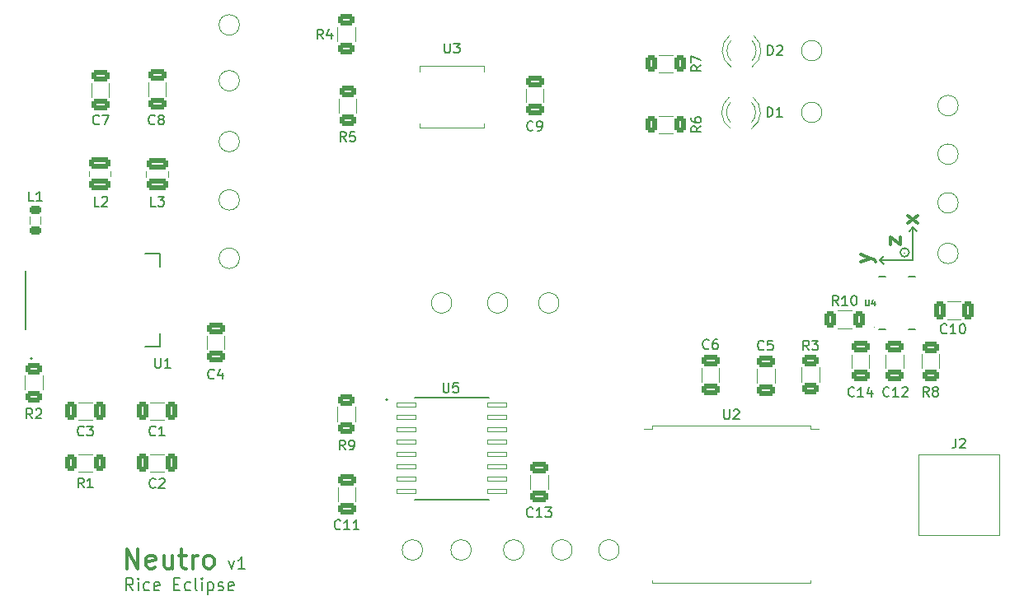
<source format=gto>
G04 #@! TF.GenerationSoftware,KiCad,Pcbnew,(6.0.7-1)-1*
G04 #@! TF.CreationDate,2023-01-21T15:22:46-06:00*
G04 #@! TF.ProjectId,Neutro_v1,4e657574-726f-45f7-9631-2e6b69636164,v1*
G04 #@! TF.SameCoordinates,Original*
G04 #@! TF.FileFunction,Legend,Top*
G04 #@! TF.FilePolarity,Positive*
%FSLAX46Y46*%
G04 Gerber Fmt 4.6, Leading zero omitted, Abs format (unit mm)*
G04 Created by KiCad (PCBNEW (6.0.7-1)-1) date 2023-01-21 15:22:46*
%MOMM*%
%LPD*%
G01*
G04 APERTURE LIST*
G04 Aperture macros list*
%AMRoundRect*
0 Rectangle with rounded corners*
0 $1 Rounding radius*
0 $2 $3 $4 $5 $6 $7 $8 $9 X,Y pos of 4 corners*
0 Add a 4 corners polygon primitive as box body*
4,1,4,$2,$3,$4,$5,$6,$7,$8,$9,$2,$3,0*
0 Add four circle primitives for the rounded corners*
1,1,$1+$1,$2,$3*
1,1,$1+$1,$4,$5*
1,1,$1+$1,$6,$7*
1,1,$1+$1,$8,$9*
0 Add four rect primitives between the rounded corners*
20,1,$1+$1,$2,$3,$4,$5,0*
20,1,$1+$1,$4,$5,$6,$7,0*
20,1,$1+$1,$6,$7,$8,$9,0*
20,1,$1+$1,$8,$9,$2,$3,0*%
G04 Aperture macros list end*
%ADD10C,0.200000*%
%ADD11C,0.300000*%
%ADD12C,0.150000*%
%ADD13C,0.120000*%
%ADD14C,0.127000*%
%ADD15C,0.100000*%
%ADD16C,1.500000*%
%ADD17RoundRect,0.250000X0.625000X-0.312500X0.625000X0.312500X-0.625000X0.312500X-0.625000X-0.312500X0*%
%ADD18RoundRect,0.250000X0.325000X0.650000X-0.325000X0.650000X-0.325000X-0.650000X0.325000X-0.650000X0*%
%ADD19RoundRect,0.250000X-0.625000X0.312500X-0.625000X-0.312500X0.625000X-0.312500X0.625000X0.312500X0*%
%ADD20RoundRect,0.250000X0.650000X-0.325000X0.650000X0.325000X-0.650000X0.325000X-0.650000X-0.325000X0*%
%ADD21C,2.500000*%
%ADD22RoundRect,0.250000X-0.312500X-0.625000X0.312500X-0.625000X0.312500X0.625000X-0.312500X0.625000X0*%
%ADD23RoundRect,0.250000X0.850000X-0.375000X0.850000X0.375000X-0.850000X0.375000X-0.850000X-0.375000X0*%
%ADD24RoundRect,0.218750X-0.381250X0.218750X-0.381250X-0.218750X0.381250X-0.218750X0.381250X0.218750X0*%
%ADD25C,2.250000*%
%ADD26RoundRect,0.250000X-0.650000X0.325000X-0.650000X-0.325000X0.650000X-0.325000X0.650000X0.325000X0*%
%ADD27R,0.700000X2.000000*%
%ADD28R,2.000000X0.700000*%
%ADD29RoundRect,0.041300X-0.983700X-0.253700X0.983700X-0.253700X0.983700X0.253700X-0.983700X0.253700X0*%
%ADD30R,2.000000X1.000000*%
%ADD31R,1.800000X1.800000*%
%ADD32C,1.800000*%
%ADD33R,2.250000X0.900000*%
%ADD34R,2.800000X0.900000*%
%ADD35R,0.675000X0.250000*%
%ADD36R,0.250000X0.575000*%
%ADD37R,1.508000X1.508000*%
%ADD38C,1.508000*%
%ADD39C,1.300000*%
%ADD40C,1.050000*%
%ADD41C,3.500000*%
%ADD42R,1.700000X1.700000*%
%ADD43O,1.700000X1.700000*%
G04 APERTURE END LIST*
D10*
X193400000Y-93800000D02*
X193400000Y-97200000D01*
X192552787Y-96400000D02*
X192552787Y-96400000D01*
X193400000Y-93800000D02*
X193800000Y-94200000D01*
X190000000Y-97200000D02*
X190400000Y-97600000D01*
X190000000Y-97200000D02*
X190400000Y-96800000D01*
X193400000Y-93800000D02*
X193000000Y-94200000D01*
X193000001Y-96400000D02*
G75*
G03*
X193000001Y-96400000I-447214J0D01*
G01*
X193400000Y-97200000D02*
X190000000Y-97200000D01*
X190400000Y-97600000D02*
X190000000Y-97200000D01*
D11*
X188078571Y-97357142D02*
X189078571Y-97000000D01*
X188078571Y-96642857D02*
X189078571Y-97000000D01*
X189435714Y-97142857D01*
X189507142Y-97214285D01*
X189578571Y-97357142D01*
D10*
X113308333Y-131165476D02*
X112891666Y-130570238D01*
X112594047Y-131165476D02*
X112594047Y-129915476D01*
X113070238Y-129915476D01*
X113189285Y-129975000D01*
X113248809Y-130034523D01*
X113308333Y-130153571D01*
X113308333Y-130332142D01*
X113248809Y-130451190D01*
X113189285Y-130510714D01*
X113070238Y-130570238D01*
X112594047Y-130570238D01*
X113844047Y-131165476D02*
X113844047Y-130332142D01*
X113844047Y-129915476D02*
X113784523Y-129975000D01*
X113844047Y-130034523D01*
X113903571Y-129975000D01*
X113844047Y-129915476D01*
X113844047Y-130034523D01*
X114975000Y-131105952D02*
X114855952Y-131165476D01*
X114617857Y-131165476D01*
X114498809Y-131105952D01*
X114439285Y-131046428D01*
X114379761Y-130927380D01*
X114379761Y-130570238D01*
X114439285Y-130451190D01*
X114498809Y-130391666D01*
X114617857Y-130332142D01*
X114855952Y-130332142D01*
X114975000Y-130391666D01*
X115986904Y-131105952D02*
X115867857Y-131165476D01*
X115629761Y-131165476D01*
X115510714Y-131105952D01*
X115451190Y-130986904D01*
X115451190Y-130510714D01*
X115510714Y-130391666D01*
X115629761Y-130332142D01*
X115867857Y-130332142D01*
X115986904Y-130391666D01*
X116046428Y-130510714D01*
X116046428Y-130629761D01*
X115451190Y-130748809D01*
X117534523Y-130510714D02*
X117951190Y-130510714D01*
X118129761Y-131165476D02*
X117534523Y-131165476D01*
X117534523Y-129915476D01*
X118129761Y-129915476D01*
X119201190Y-131105952D02*
X119082142Y-131165476D01*
X118844047Y-131165476D01*
X118725000Y-131105952D01*
X118665476Y-131046428D01*
X118605952Y-130927380D01*
X118605952Y-130570238D01*
X118665476Y-130451190D01*
X118725000Y-130391666D01*
X118844047Y-130332142D01*
X119082142Y-130332142D01*
X119201190Y-130391666D01*
X119915476Y-131165476D02*
X119796428Y-131105952D01*
X119736904Y-130986904D01*
X119736904Y-129915476D01*
X120391666Y-131165476D02*
X120391666Y-130332142D01*
X120391666Y-129915476D02*
X120332142Y-129975000D01*
X120391666Y-130034523D01*
X120451190Y-129975000D01*
X120391666Y-129915476D01*
X120391666Y-130034523D01*
X120986904Y-130332142D02*
X120986904Y-131582142D01*
X120986904Y-130391666D02*
X121105952Y-130332142D01*
X121344047Y-130332142D01*
X121463095Y-130391666D01*
X121522619Y-130451190D01*
X121582142Y-130570238D01*
X121582142Y-130927380D01*
X121522619Y-131046428D01*
X121463095Y-131105952D01*
X121344047Y-131165476D01*
X121105952Y-131165476D01*
X120986904Y-131105952D01*
X122058333Y-131105952D02*
X122177380Y-131165476D01*
X122415476Y-131165476D01*
X122534523Y-131105952D01*
X122594047Y-130986904D01*
X122594047Y-130927380D01*
X122534523Y-130808333D01*
X122415476Y-130748809D01*
X122236904Y-130748809D01*
X122117857Y-130689285D01*
X122058333Y-130570238D01*
X122058333Y-130510714D01*
X122117857Y-130391666D01*
X122236904Y-130332142D01*
X122415476Y-130332142D01*
X122534523Y-130391666D01*
X123605952Y-131105952D02*
X123486904Y-131165476D01*
X123248809Y-131165476D01*
X123129761Y-131105952D01*
X123070238Y-130986904D01*
X123070238Y-130510714D01*
X123129761Y-130391666D01*
X123248809Y-130332142D01*
X123486904Y-130332142D01*
X123605952Y-130391666D01*
X123665476Y-130510714D01*
X123665476Y-130629761D01*
X123070238Y-130748809D01*
D11*
X191078571Y-95592857D02*
X191078571Y-94807142D01*
X192078571Y-95592857D01*
X192078571Y-94807142D01*
X112671428Y-128904761D02*
X112671428Y-126904761D01*
X113814285Y-128904761D01*
X113814285Y-126904761D01*
X115528571Y-128809523D02*
X115338095Y-128904761D01*
X114957142Y-128904761D01*
X114766666Y-128809523D01*
X114671428Y-128619047D01*
X114671428Y-127857142D01*
X114766666Y-127666666D01*
X114957142Y-127571428D01*
X115338095Y-127571428D01*
X115528571Y-127666666D01*
X115623809Y-127857142D01*
X115623809Y-128047619D01*
X114671428Y-128238095D01*
X117338095Y-127571428D02*
X117338095Y-128904761D01*
X116480952Y-127571428D02*
X116480952Y-128619047D01*
X116576190Y-128809523D01*
X116766666Y-128904761D01*
X117052380Y-128904761D01*
X117242857Y-128809523D01*
X117338095Y-128714285D01*
X118004761Y-127571428D02*
X118766666Y-127571428D01*
X118290476Y-126904761D02*
X118290476Y-128619047D01*
X118385714Y-128809523D01*
X118576190Y-128904761D01*
X118766666Y-128904761D01*
X119433333Y-128904761D02*
X119433333Y-127571428D01*
X119433333Y-127952380D02*
X119528571Y-127761904D01*
X119623809Y-127666666D01*
X119814285Y-127571428D01*
X120004761Y-127571428D01*
X120957142Y-128904761D02*
X120766666Y-128809523D01*
X120671428Y-128714285D01*
X120576190Y-128523809D01*
X120576190Y-127952380D01*
X120671428Y-127761904D01*
X120766666Y-127666666D01*
X120957142Y-127571428D01*
X121242857Y-127571428D01*
X121433333Y-127666666D01*
X121528571Y-127761904D01*
X121623809Y-127952380D01*
X121623809Y-128523809D01*
X121528571Y-128714285D01*
X121433333Y-128809523D01*
X121242857Y-128904761D01*
X120957142Y-128904761D01*
D10*
X123107142Y-128132142D02*
X123404761Y-128965476D01*
X123702380Y-128132142D01*
X124833333Y-128965476D02*
X124119047Y-128965476D01*
X124476190Y-128965476D02*
X124476190Y-127715476D01*
X124357142Y-127894047D01*
X124238095Y-128013095D01*
X124119047Y-128072619D01*
D11*
X193878571Y-93392857D02*
X192878571Y-92607142D01*
X192878571Y-93392857D02*
X193878571Y-92607142D01*
D12*
X102957333Y-113475880D02*
X102624000Y-112999690D01*
X102385904Y-113475880D02*
X102385904Y-112475880D01*
X102766857Y-112475880D01*
X102862095Y-112523500D01*
X102909714Y-112571119D01*
X102957333Y-112666357D01*
X102957333Y-112809214D01*
X102909714Y-112904452D01*
X102862095Y-112952071D01*
X102766857Y-112999690D01*
X102385904Y-112999690D01*
X103338285Y-112571119D02*
X103385904Y-112523500D01*
X103481142Y-112475880D01*
X103719238Y-112475880D01*
X103814476Y-112523500D01*
X103862095Y-112571119D01*
X103909714Y-112666357D01*
X103909714Y-112761595D01*
X103862095Y-112904452D01*
X103290666Y-113475880D01*
X103909714Y-113475880D01*
X115611331Y-115165142D02*
X115563712Y-115212761D01*
X115420855Y-115260380D01*
X115325617Y-115260380D01*
X115182759Y-115212761D01*
X115087521Y-115117523D01*
X115039902Y-115022285D01*
X114992283Y-114831809D01*
X114992283Y-114688952D01*
X115039902Y-114498476D01*
X115087521Y-114403238D01*
X115182759Y-114308000D01*
X115325617Y-114260380D01*
X115420855Y-114260380D01*
X115563712Y-114308000D01*
X115611331Y-114355619D01*
X116563712Y-115260380D02*
X115992283Y-115260380D01*
X116277998Y-115260380D02*
X116277998Y-114260380D01*
X116182759Y-114403238D01*
X116087521Y-114498476D01*
X115992283Y-114546095D01*
X135083333Y-116702380D02*
X134750000Y-116226190D01*
X134511904Y-116702380D02*
X134511904Y-115702380D01*
X134892857Y-115702380D01*
X134988095Y-115750000D01*
X135035714Y-115797619D01*
X135083333Y-115892857D01*
X135083333Y-116035714D01*
X135035714Y-116130952D01*
X134988095Y-116178571D01*
X134892857Y-116226190D01*
X134511904Y-116226190D01*
X135559523Y-116702380D02*
X135750000Y-116702380D01*
X135845238Y-116654761D01*
X135892857Y-116607142D01*
X135988095Y-116464285D01*
X136035714Y-116273809D01*
X136035714Y-115892857D01*
X135988095Y-115797619D01*
X135940476Y-115750000D01*
X135845238Y-115702380D01*
X135654761Y-115702380D01*
X135559523Y-115750000D01*
X135511904Y-115797619D01*
X135464285Y-115892857D01*
X135464285Y-116130952D01*
X135511904Y-116226190D01*
X135559523Y-116273809D01*
X135654761Y-116321428D01*
X135845238Y-116321428D01*
X135940476Y-116273809D01*
X135988095Y-116226190D01*
X136035714Y-116130952D01*
X134612142Y-124801142D02*
X134564523Y-124848761D01*
X134421666Y-124896380D01*
X134326428Y-124896380D01*
X134183571Y-124848761D01*
X134088333Y-124753523D01*
X134040714Y-124658285D01*
X133993095Y-124467809D01*
X133993095Y-124324952D01*
X134040714Y-124134476D01*
X134088333Y-124039238D01*
X134183571Y-123944000D01*
X134326428Y-123896380D01*
X134421666Y-123896380D01*
X134564523Y-123944000D01*
X134612142Y-123991619D01*
X135564523Y-124896380D02*
X134993095Y-124896380D01*
X135278809Y-124896380D02*
X135278809Y-123896380D01*
X135183571Y-124039238D01*
X135088333Y-124134476D01*
X134993095Y-124182095D01*
X136516904Y-124896380D02*
X135945476Y-124896380D01*
X136231190Y-124896380D02*
X136231190Y-123896380D01*
X136135952Y-124039238D01*
X136040714Y-124134476D01*
X135945476Y-124182095D01*
X115611331Y-120547642D02*
X115563712Y-120595261D01*
X115420855Y-120642880D01*
X115325617Y-120642880D01*
X115182759Y-120595261D01*
X115087521Y-120500023D01*
X115039902Y-120404785D01*
X114992283Y-120214309D01*
X114992283Y-120071452D01*
X115039902Y-119880976D01*
X115087521Y-119785738D01*
X115182759Y-119690500D01*
X115325617Y-119642880D01*
X115420855Y-119642880D01*
X115563712Y-119690500D01*
X115611331Y-119738119D01*
X115992283Y-119738119D02*
X116039902Y-119690500D01*
X116135140Y-119642880D01*
X116373236Y-119642880D01*
X116468474Y-119690500D01*
X116516093Y-119738119D01*
X116563712Y-119833357D01*
X116563712Y-119928595D01*
X116516093Y-120071452D01*
X115944664Y-120642880D01*
X116563712Y-120642880D01*
X187357142Y-111157142D02*
X187309523Y-111204761D01*
X187166666Y-111252380D01*
X187071428Y-111252380D01*
X186928571Y-111204761D01*
X186833333Y-111109523D01*
X186785714Y-111014285D01*
X186738095Y-110823809D01*
X186738095Y-110680952D01*
X186785714Y-110490476D01*
X186833333Y-110395238D01*
X186928571Y-110300000D01*
X187071428Y-110252380D01*
X187166666Y-110252380D01*
X187309523Y-110300000D01*
X187357142Y-110347619D01*
X188309523Y-111252380D02*
X187738095Y-111252380D01*
X188023809Y-111252380D02*
X188023809Y-110252380D01*
X187928571Y-110395238D01*
X187833333Y-110490476D01*
X187738095Y-110538095D01*
X189166666Y-110585714D02*
X189166666Y-111252380D01*
X188928571Y-110204761D02*
X188690476Y-110919047D01*
X189309523Y-110919047D01*
X154374833Y-83796142D02*
X154327214Y-83843761D01*
X154184357Y-83891380D01*
X154089119Y-83891380D01*
X153946261Y-83843761D01*
X153851023Y-83748523D01*
X153803404Y-83653285D01*
X153755785Y-83462809D01*
X153755785Y-83319952D01*
X153803404Y-83129476D01*
X153851023Y-83034238D01*
X153946261Y-82939000D01*
X154089119Y-82891380D01*
X154184357Y-82891380D01*
X154327214Y-82939000D01*
X154374833Y-82986619D01*
X154851023Y-83891380D02*
X155041500Y-83891380D01*
X155136738Y-83843761D01*
X155184357Y-83796142D01*
X155279595Y-83653285D01*
X155327214Y-83462809D01*
X155327214Y-83081857D01*
X155279595Y-82986619D01*
X155231976Y-82939000D01*
X155136738Y-82891380D01*
X154946261Y-82891380D01*
X154851023Y-82939000D01*
X154803404Y-82986619D01*
X154755785Y-83081857D01*
X154755785Y-83319952D01*
X154803404Y-83415190D01*
X154851023Y-83462809D01*
X154946261Y-83510428D01*
X155136738Y-83510428D01*
X155231976Y-83462809D01*
X155279595Y-83415190D01*
X155327214Y-83319952D01*
X185731642Y-101847380D02*
X185398309Y-101371190D01*
X185160214Y-101847380D02*
X185160214Y-100847380D01*
X185541166Y-100847380D01*
X185636404Y-100895000D01*
X185684023Y-100942619D01*
X185731642Y-101037857D01*
X185731642Y-101180714D01*
X185684023Y-101275952D01*
X185636404Y-101323571D01*
X185541166Y-101371190D01*
X185160214Y-101371190D01*
X186684023Y-101847380D02*
X186112595Y-101847380D01*
X186398309Y-101847380D02*
X186398309Y-100847380D01*
X186303071Y-100990238D01*
X186207833Y-101085476D01*
X186112595Y-101133095D01*
X187303071Y-100847380D02*
X187398309Y-100847380D01*
X187493547Y-100895000D01*
X187541166Y-100942619D01*
X187588785Y-101037857D01*
X187636404Y-101228333D01*
X187636404Y-101466428D01*
X187588785Y-101656904D01*
X187541166Y-101752142D01*
X187493547Y-101799761D01*
X187398309Y-101847380D01*
X187303071Y-101847380D01*
X187207833Y-101799761D01*
X187160214Y-101752142D01*
X187112595Y-101656904D01*
X187064976Y-101466428D01*
X187064976Y-101228333D01*
X187112595Y-101037857D01*
X187160214Y-100942619D01*
X187207833Y-100895000D01*
X187303071Y-100847380D01*
X196857142Y-104657142D02*
X196809523Y-104704761D01*
X196666666Y-104752380D01*
X196571428Y-104752380D01*
X196428571Y-104704761D01*
X196333333Y-104609523D01*
X196285714Y-104514285D01*
X196238095Y-104323809D01*
X196238095Y-104180952D01*
X196285714Y-103990476D01*
X196333333Y-103895238D01*
X196428571Y-103800000D01*
X196571428Y-103752380D01*
X196666666Y-103752380D01*
X196809523Y-103800000D01*
X196857142Y-103847619D01*
X197809523Y-104752380D02*
X197238095Y-104752380D01*
X197523809Y-104752380D02*
X197523809Y-103752380D01*
X197428571Y-103895238D01*
X197333333Y-103990476D01*
X197238095Y-104038095D01*
X198428571Y-103752380D02*
X198523809Y-103752380D01*
X198619047Y-103800000D01*
X198666666Y-103847619D01*
X198714285Y-103942857D01*
X198761904Y-104133333D01*
X198761904Y-104371428D01*
X198714285Y-104561904D01*
X198666666Y-104657142D01*
X198619047Y-104704761D01*
X198523809Y-104752380D01*
X198428571Y-104752380D01*
X198333333Y-104704761D01*
X198285714Y-104657142D01*
X198238095Y-104561904D01*
X198190476Y-104371428D01*
X198190476Y-104133333D01*
X198238095Y-103942857D01*
X198285714Y-103847619D01*
X198333333Y-103800000D01*
X198428571Y-103752380D01*
X115633333Y-91652380D02*
X115157142Y-91652380D01*
X115157142Y-90652380D01*
X115871428Y-90652380D02*
X116490476Y-90652380D01*
X116157142Y-91033333D01*
X116300000Y-91033333D01*
X116395238Y-91080952D01*
X116442857Y-91128571D01*
X116490476Y-91223809D01*
X116490476Y-91461904D01*
X116442857Y-91557142D01*
X116395238Y-91604761D01*
X116300000Y-91652380D01*
X116014285Y-91652380D01*
X115919047Y-91604761D01*
X115871428Y-91557142D01*
X195033333Y-111252380D02*
X194700000Y-110776190D01*
X194461904Y-111252380D02*
X194461904Y-110252380D01*
X194842857Y-110252380D01*
X194938095Y-110300000D01*
X194985714Y-110347619D01*
X195033333Y-110442857D01*
X195033333Y-110585714D01*
X194985714Y-110680952D01*
X194938095Y-110728571D01*
X194842857Y-110776190D01*
X194461904Y-110776190D01*
X195604761Y-110680952D02*
X195509523Y-110633333D01*
X195461904Y-110585714D01*
X195414285Y-110490476D01*
X195414285Y-110442857D01*
X195461904Y-110347619D01*
X195509523Y-110300000D01*
X195604761Y-110252380D01*
X195795238Y-110252380D01*
X195890476Y-110300000D01*
X195938095Y-110347619D01*
X195985714Y-110442857D01*
X195985714Y-110490476D01*
X195938095Y-110585714D01*
X195890476Y-110633333D01*
X195795238Y-110680952D01*
X195604761Y-110680952D01*
X195509523Y-110728571D01*
X195461904Y-110776190D01*
X195414285Y-110871428D01*
X195414285Y-111061904D01*
X195461904Y-111157142D01*
X195509523Y-111204761D01*
X195604761Y-111252380D01*
X195795238Y-111252380D01*
X195890476Y-111204761D01*
X195938095Y-111157142D01*
X195985714Y-111061904D01*
X195985714Y-110871428D01*
X195938095Y-110776190D01*
X195890476Y-110728571D01*
X195795238Y-110680952D01*
X109815333Y-83161142D02*
X109767714Y-83208761D01*
X109624857Y-83256380D01*
X109529619Y-83256380D01*
X109386761Y-83208761D01*
X109291523Y-83113523D01*
X109243904Y-83018285D01*
X109196285Y-82827809D01*
X109196285Y-82684952D01*
X109243904Y-82494476D01*
X109291523Y-82399238D01*
X109386761Y-82304000D01*
X109529619Y-82256380D01*
X109624857Y-82256380D01*
X109767714Y-82304000D01*
X109815333Y-82351619D01*
X110148666Y-82256380D02*
X110815333Y-82256380D01*
X110386761Y-83256380D01*
X103109733Y-91130380D02*
X102633542Y-91130380D01*
X102633542Y-90130380D01*
X103966876Y-91130380D02*
X103395447Y-91130380D01*
X103681161Y-91130380D02*
X103681161Y-90130380D01*
X103585923Y-90273238D01*
X103490685Y-90368476D01*
X103395447Y-90416095D01*
X197786666Y-115537380D02*
X197786666Y-116251666D01*
X197739047Y-116394523D01*
X197643809Y-116489761D01*
X197500952Y-116537380D01*
X197405714Y-116537380D01*
X198215238Y-115632619D02*
X198262857Y-115585000D01*
X198358095Y-115537380D01*
X198596190Y-115537380D01*
X198691428Y-115585000D01*
X198739047Y-115632619D01*
X198786666Y-115727857D01*
X198786666Y-115823095D01*
X198739047Y-115965952D01*
X198167619Y-116537380D01*
X198786666Y-116537380D01*
X135170833Y-84989880D02*
X134837500Y-84513690D01*
X134599404Y-84989880D02*
X134599404Y-83989880D01*
X134980357Y-83989880D01*
X135075595Y-84037500D01*
X135123214Y-84085119D01*
X135170833Y-84180357D01*
X135170833Y-84323214D01*
X135123214Y-84418452D01*
X135075595Y-84466071D01*
X134980357Y-84513690D01*
X134599404Y-84513690D01*
X136075595Y-83989880D02*
X135599404Y-83989880D01*
X135551785Y-84466071D01*
X135599404Y-84418452D01*
X135694642Y-84370833D01*
X135932738Y-84370833D01*
X136027976Y-84418452D01*
X136075595Y-84466071D01*
X136123214Y-84561309D01*
X136123214Y-84799404D01*
X136075595Y-84894642D01*
X136027976Y-84942261D01*
X135932738Y-84989880D01*
X135694642Y-84989880D01*
X135599404Y-84942261D01*
X135551785Y-84894642D01*
X108245331Y-115165142D02*
X108197712Y-115212761D01*
X108054855Y-115260380D01*
X107959617Y-115260380D01*
X107816759Y-115212761D01*
X107721521Y-115117523D01*
X107673902Y-115022285D01*
X107626283Y-114831809D01*
X107626283Y-114688952D01*
X107673902Y-114498476D01*
X107721521Y-114403238D01*
X107816759Y-114308000D01*
X107959617Y-114260380D01*
X108054855Y-114260380D01*
X108197712Y-114308000D01*
X108245331Y-114355619D01*
X108578664Y-114260380D02*
X109197712Y-114260380D01*
X108864378Y-114641333D01*
X109007236Y-114641333D01*
X109102474Y-114688952D01*
X109150093Y-114736571D01*
X109197712Y-114831809D01*
X109197712Y-115069904D01*
X109150093Y-115165142D01*
X109102474Y-115212761D01*
X109007236Y-115260380D01*
X108721521Y-115260380D01*
X108626283Y-115212761D01*
X108578664Y-115165142D01*
X171627380Y-83416666D02*
X171151190Y-83750000D01*
X171627380Y-83988095D02*
X170627380Y-83988095D01*
X170627380Y-83607142D01*
X170675000Y-83511904D01*
X170722619Y-83464285D01*
X170817857Y-83416666D01*
X170960714Y-83416666D01*
X171055952Y-83464285D01*
X171103571Y-83511904D01*
X171151190Y-83607142D01*
X171151190Y-83988095D01*
X170627380Y-82559523D02*
X170627380Y-82750000D01*
X170675000Y-82845238D01*
X170722619Y-82892857D01*
X170865476Y-82988095D01*
X171055952Y-83035714D01*
X171436904Y-83035714D01*
X171532142Y-82988095D01*
X171579761Y-82940476D01*
X171627380Y-82845238D01*
X171627380Y-82654761D01*
X171579761Y-82559523D01*
X171532142Y-82511904D01*
X171436904Y-82464285D01*
X171198809Y-82464285D01*
X171103571Y-82511904D01*
X171055952Y-82559523D01*
X171008333Y-82654761D01*
X171008333Y-82845238D01*
X171055952Y-82940476D01*
X171103571Y-82988095D01*
X171198809Y-83035714D01*
X121626333Y-109323142D02*
X121578714Y-109370761D01*
X121435857Y-109418380D01*
X121340619Y-109418380D01*
X121197761Y-109370761D01*
X121102523Y-109275523D01*
X121054904Y-109180285D01*
X121007285Y-108989809D01*
X121007285Y-108846952D01*
X121054904Y-108656476D01*
X121102523Y-108561238D01*
X121197761Y-108466000D01*
X121340619Y-108418380D01*
X121435857Y-108418380D01*
X121578714Y-108466000D01*
X121626333Y-108513619D01*
X122483476Y-108751714D02*
X122483476Y-109418380D01*
X122245380Y-108370761D02*
X122007285Y-109085047D01*
X122626333Y-109085047D01*
X109833333Y-91652380D02*
X109357142Y-91652380D01*
X109357142Y-90652380D01*
X110119047Y-90747619D02*
X110166666Y-90700000D01*
X110261904Y-90652380D01*
X110500000Y-90652380D01*
X110595238Y-90700000D01*
X110642857Y-90747619D01*
X110690476Y-90842857D01*
X110690476Y-90938095D01*
X110642857Y-91080952D01*
X110071428Y-91652380D01*
X110690476Y-91652380D01*
X132833333Y-74452380D02*
X132500000Y-73976190D01*
X132261904Y-74452380D02*
X132261904Y-73452380D01*
X132642857Y-73452380D01*
X132738095Y-73500000D01*
X132785714Y-73547619D01*
X132833333Y-73642857D01*
X132833333Y-73785714D01*
X132785714Y-73880952D01*
X132738095Y-73928571D01*
X132642857Y-73976190D01*
X132261904Y-73976190D01*
X133690476Y-73785714D02*
X133690476Y-74452380D01*
X133452380Y-73404761D02*
X133214285Y-74119047D01*
X133833333Y-74119047D01*
X154357142Y-123532142D02*
X154309523Y-123579761D01*
X154166666Y-123627380D01*
X154071428Y-123627380D01*
X153928571Y-123579761D01*
X153833333Y-123484523D01*
X153785714Y-123389285D01*
X153738095Y-123198809D01*
X153738095Y-123055952D01*
X153785714Y-122865476D01*
X153833333Y-122770238D01*
X153928571Y-122675000D01*
X154071428Y-122627380D01*
X154166666Y-122627380D01*
X154309523Y-122675000D01*
X154357142Y-122722619D01*
X155309523Y-123627380D02*
X154738095Y-123627380D01*
X155023809Y-123627380D02*
X155023809Y-122627380D01*
X154928571Y-122770238D01*
X154833333Y-122865476D01*
X154738095Y-122913095D01*
X155642857Y-122627380D02*
X156261904Y-122627380D01*
X155928571Y-123008333D01*
X156071428Y-123008333D01*
X156166666Y-123055952D01*
X156214285Y-123103571D01*
X156261904Y-123198809D01*
X156261904Y-123436904D01*
X156214285Y-123532142D01*
X156166666Y-123579761D01*
X156071428Y-123627380D01*
X155785714Y-123627380D01*
X155690476Y-123579761D01*
X155642857Y-123532142D01*
X178083333Y-106357142D02*
X178035714Y-106404761D01*
X177892857Y-106452380D01*
X177797619Y-106452380D01*
X177654761Y-106404761D01*
X177559523Y-106309523D01*
X177511904Y-106214285D01*
X177464285Y-106023809D01*
X177464285Y-105880952D01*
X177511904Y-105690476D01*
X177559523Y-105595238D01*
X177654761Y-105500000D01*
X177797619Y-105452380D01*
X177892857Y-105452380D01*
X178035714Y-105500000D01*
X178083333Y-105547619D01*
X178988095Y-105452380D02*
X178511904Y-105452380D01*
X178464285Y-105928571D01*
X178511904Y-105880952D01*
X178607142Y-105833333D01*
X178845238Y-105833333D01*
X178940476Y-105880952D01*
X178988095Y-105928571D01*
X179035714Y-106023809D01*
X179035714Y-106261904D01*
X178988095Y-106357142D01*
X178940476Y-106404761D01*
X178845238Y-106452380D01*
X178607142Y-106452380D01*
X178511904Y-106404761D01*
X178464285Y-106357142D01*
X108245331Y-120594380D02*
X107911998Y-120118190D01*
X107673902Y-120594380D02*
X107673902Y-119594380D01*
X108054855Y-119594380D01*
X108150093Y-119642000D01*
X108197712Y-119689619D01*
X108245331Y-119784857D01*
X108245331Y-119927714D01*
X108197712Y-120022952D01*
X108150093Y-120070571D01*
X108054855Y-120118190D01*
X107673902Y-120118190D01*
X109197712Y-120594380D02*
X108626283Y-120594380D01*
X108911998Y-120594380D02*
X108911998Y-119594380D01*
X108816759Y-119737238D01*
X108721521Y-119832476D01*
X108626283Y-119880095D01*
X182713333Y-106452380D02*
X182380000Y-105976190D01*
X182141904Y-106452380D02*
X182141904Y-105452380D01*
X182522857Y-105452380D01*
X182618095Y-105500000D01*
X182665714Y-105547619D01*
X182713333Y-105642857D01*
X182713333Y-105785714D01*
X182665714Y-105880952D01*
X182618095Y-105928571D01*
X182522857Y-105976190D01*
X182141904Y-105976190D01*
X183046666Y-105452380D02*
X183665714Y-105452380D01*
X183332380Y-105833333D01*
X183475238Y-105833333D01*
X183570476Y-105880952D01*
X183618095Y-105928571D01*
X183665714Y-106023809D01*
X183665714Y-106261904D01*
X183618095Y-106357142D01*
X183570476Y-106404761D01*
X183475238Y-106452380D01*
X183189523Y-106452380D01*
X183094285Y-106404761D01*
X183046666Y-106357142D01*
X115570095Y-107275380D02*
X115570095Y-108084904D01*
X115617714Y-108180142D01*
X115665333Y-108227761D01*
X115760571Y-108275380D01*
X115951047Y-108275380D01*
X116046285Y-108227761D01*
X116093904Y-108180142D01*
X116141523Y-108084904D01*
X116141523Y-107275380D01*
X117141523Y-108275380D02*
X116570095Y-108275380D01*
X116855809Y-108275380D02*
X116855809Y-107275380D01*
X116760571Y-107418238D01*
X116665333Y-107513476D01*
X116570095Y-107561095D01*
X145169095Y-109799380D02*
X145169095Y-110608904D01*
X145216714Y-110704142D01*
X145264333Y-110751761D01*
X145359571Y-110799380D01*
X145550047Y-110799380D01*
X145645285Y-110751761D01*
X145692904Y-110704142D01*
X145740523Y-110608904D01*
X145740523Y-109799380D01*
X146692904Y-109799380D02*
X146216714Y-109799380D01*
X146169095Y-110275571D01*
X146216714Y-110227952D01*
X146311952Y-110180333D01*
X146550047Y-110180333D01*
X146645285Y-110227952D01*
X146692904Y-110275571D01*
X146740523Y-110370809D01*
X146740523Y-110608904D01*
X146692904Y-110704142D01*
X146645285Y-110751761D01*
X146550047Y-110799380D01*
X146311952Y-110799380D01*
X146216714Y-110751761D01*
X146169095Y-110704142D01*
X171627380Y-77166666D02*
X171151190Y-77500000D01*
X171627380Y-77738095D02*
X170627380Y-77738095D01*
X170627380Y-77357142D01*
X170675000Y-77261904D01*
X170722619Y-77214285D01*
X170817857Y-77166666D01*
X170960714Y-77166666D01*
X171055952Y-77214285D01*
X171103571Y-77261904D01*
X171151190Y-77357142D01*
X171151190Y-77738095D01*
X170627380Y-76833333D02*
X170627380Y-76166666D01*
X171627380Y-76595238D01*
X190957142Y-111157142D02*
X190909523Y-111204761D01*
X190766666Y-111252380D01*
X190671428Y-111252380D01*
X190528571Y-111204761D01*
X190433333Y-111109523D01*
X190385714Y-111014285D01*
X190338095Y-110823809D01*
X190338095Y-110680952D01*
X190385714Y-110490476D01*
X190433333Y-110395238D01*
X190528571Y-110300000D01*
X190671428Y-110252380D01*
X190766666Y-110252380D01*
X190909523Y-110300000D01*
X190957142Y-110347619D01*
X191909523Y-111252380D02*
X191338095Y-111252380D01*
X191623809Y-111252380D02*
X191623809Y-110252380D01*
X191528571Y-110395238D01*
X191433333Y-110490476D01*
X191338095Y-110538095D01*
X192290476Y-110347619D02*
X192338095Y-110300000D01*
X192433333Y-110252380D01*
X192671428Y-110252380D01*
X192766666Y-110300000D01*
X192814285Y-110347619D01*
X192861904Y-110442857D01*
X192861904Y-110538095D01*
X192814285Y-110680952D01*
X192242857Y-111252380D01*
X192861904Y-111252380D01*
X115530333Y-83161142D02*
X115482714Y-83208761D01*
X115339857Y-83256380D01*
X115244619Y-83256380D01*
X115101761Y-83208761D01*
X115006523Y-83113523D01*
X114958904Y-83018285D01*
X114911285Y-82827809D01*
X114911285Y-82684952D01*
X114958904Y-82494476D01*
X115006523Y-82399238D01*
X115101761Y-82304000D01*
X115244619Y-82256380D01*
X115339857Y-82256380D01*
X115482714Y-82304000D01*
X115530333Y-82351619D01*
X116101761Y-82684952D02*
X116006523Y-82637333D01*
X115958904Y-82589714D01*
X115911285Y-82494476D01*
X115911285Y-82446857D01*
X115958904Y-82351619D01*
X116006523Y-82304000D01*
X116101761Y-82256380D01*
X116292238Y-82256380D01*
X116387476Y-82304000D01*
X116435095Y-82351619D01*
X116482714Y-82446857D01*
X116482714Y-82494476D01*
X116435095Y-82589714D01*
X116387476Y-82637333D01*
X116292238Y-82684952D01*
X116101761Y-82684952D01*
X116006523Y-82732571D01*
X115958904Y-82780190D01*
X115911285Y-82875428D01*
X115911285Y-83065904D01*
X115958904Y-83161142D01*
X116006523Y-83208761D01*
X116101761Y-83256380D01*
X116292238Y-83256380D01*
X116387476Y-83208761D01*
X116435095Y-83161142D01*
X116482714Y-83065904D01*
X116482714Y-82875428D01*
X116435095Y-82780190D01*
X116387476Y-82732571D01*
X116292238Y-82684952D01*
X173990095Y-112553380D02*
X173990095Y-113362904D01*
X174037714Y-113458142D01*
X174085333Y-113505761D01*
X174180571Y-113553380D01*
X174371047Y-113553380D01*
X174466285Y-113505761D01*
X174513904Y-113458142D01*
X174561523Y-113362904D01*
X174561523Y-112553380D01*
X174990095Y-112648619D02*
X175037714Y-112601000D01*
X175132952Y-112553380D01*
X175371047Y-112553380D01*
X175466285Y-112601000D01*
X175513904Y-112648619D01*
X175561523Y-112743857D01*
X175561523Y-112839095D01*
X175513904Y-112981952D01*
X174942476Y-113553380D01*
X175561523Y-113553380D01*
X178440904Y-82447380D02*
X178440904Y-81447380D01*
X178679000Y-81447380D01*
X178821857Y-81495000D01*
X178917095Y-81590238D01*
X178964714Y-81685476D01*
X179012333Y-81875952D01*
X179012333Y-82018809D01*
X178964714Y-82209285D01*
X178917095Y-82304523D01*
X178821857Y-82399761D01*
X178679000Y-82447380D01*
X178440904Y-82447380D01*
X179964714Y-82447380D02*
X179393285Y-82447380D01*
X179679000Y-82447380D02*
X179679000Y-81447380D01*
X179583761Y-81590238D01*
X179488523Y-81685476D01*
X179393285Y-81733095D01*
X145288095Y-74890380D02*
X145288095Y-75699904D01*
X145335714Y-75795142D01*
X145383333Y-75842761D01*
X145478571Y-75890380D01*
X145669047Y-75890380D01*
X145764285Y-75842761D01*
X145811904Y-75795142D01*
X145859523Y-75699904D01*
X145859523Y-74890380D01*
X146240476Y-74890380D02*
X146859523Y-74890380D01*
X146526190Y-75271333D01*
X146669047Y-75271333D01*
X146764285Y-75318952D01*
X146811904Y-75366571D01*
X146859523Y-75461809D01*
X146859523Y-75699904D01*
X146811904Y-75795142D01*
X146764285Y-75842761D01*
X146669047Y-75890380D01*
X146383333Y-75890380D01*
X146288095Y-75842761D01*
X146240476Y-75795142D01*
X188512380Y-101249523D02*
X188512380Y-101767619D01*
X188542857Y-101828571D01*
X188573333Y-101859047D01*
X188634285Y-101889523D01*
X188756190Y-101889523D01*
X188817142Y-101859047D01*
X188847619Y-101828571D01*
X188878095Y-101767619D01*
X188878095Y-101249523D01*
X189457142Y-101462857D02*
X189457142Y-101889523D01*
X189304761Y-101219047D02*
X189152380Y-101676190D01*
X189548571Y-101676190D01*
X178490904Y-76097380D02*
X178490904Y-75097380D01*
X178729000Y-75097380D01*
X178871857Y-75145000D01*
X178967095Y-75240238D01*
X179014714Y-75335476D01*
X179062333Y-75525952D01*
X179062333Y-75668809D01*
X179014714Y-75859285D01*
X178967095Y-75954523D01*
X178871857Y-76049761D01*
X178729000Y-76097380D01*
X178490904Y-76097380D01*
X179443285Y-75192619D02*
X179490904Y-75145000D01*
X179586142Y-75097380D01*
X179824238Y-75097380D01*
X179919476Y-75145000D01*
X179967095Y-75192619D01*
X180014714Y-75287857D01*
X180014714Y-75383095D01*
X179967095Y-75525952D01*
X179395666Y-76097380D01*
X180014714Y-76097380D01*
X172433333Y-106257142D02*
X172385714Y-106304761D01*
X172242857Y-106352380D01*
X172147619Y-106352380D01*
X172004761Y-106304761D01*
X171909523Y-106209523D01*
X171861904Y-106114285D01*
X171814285Y-105923809D01*
X171814285Y-105780952D01*
X171861904Y-105590476D01*
X171909523Y-105495238D01*
X172004761Y-105400000D01*
X172147619Y-105352380D01*
X172242857Y-105352380D01*
X172385714Y-105400000D01*
X172433333Y-105447619D01*
X173290476Y-105352380D02*
X173100000Y-105352380D01*
X173004761Y-105400000D01*
X172957142Y-105447619D01*
X172861904Y-105590476D01*
X172814285Y-105780952D01*
X172814285Y-106161904D01*
X172861904Y-106257142D01*
X172909523Y-106304761D01*
X173004761Y-106352380D01*
X173195238Y-106352380D01*
X173290476Y-106304761D01*
X173338095Y-106257142D01*
X173385714Y-106161904D01*
X173385714Y-105923809D01*
X173338095Y-105828571D01*
X173290476Y-105780952D01*
X173195238Y-105733333D01*
X173004761Y-105733333D01*
X172909523Y-105780952D01*
X172861904Y-105828571D01*
X172814285Y-105923809D01*
D13*
X158403000Y-127000000D02*
G75*
G03*
X158403000Y-127000000I-1050000J0D01*
G01*
X102214000Y-110527064D02*
X102214000Y-109072936D01*
X104034000Y-110527064D02*
X104034000Y-109072936D01*
X116489250Y-113637500D02*
X115066746Y-113637500D01*
X116489250Y-111817500D02*
X115066746Y-111817500D01*
X136110000Y-112301936D02*
X136110000Y-113756064D01*
X134290000Y-112301936D02*
X134290000Y-113756064D01*
X146050000Y-101600000D02*
G75*
G03*
X146050000Y-101600000I-1050000J0D01*
G01*
X134345000Y-121980252D02*
X134345000Y-120557748D01*
X136165000Y-121980252D02*
X136165000Y-120557748D01*
X124240000Y-73000000D02*
G75*
G03*
X124240000Y-73000000I-1050000J0D01*
G01*
X116489250Y-117151500D02*
X115066746Y-117151500D01*
X116489250Y-118971500D02*
X115066746Y-118971500D01*
X184050000Y-82000000D02*
G75*
G03*
X184050000Y-82000000I-1050000J0D01*
G01*
X143050000Y-127000000D02*
G75*
G03*
X143050000Y-127000000I-1050000J0D01*
G01*
X124240000Y-91000000D02*
G75*
G03*
X124240000Y-91000000I-1050000J0D01*
G01*
X188910000Y-108311252D02*
X188910000Y-106888748D01*
X187090000Y-108311252D02*
X187090000Y-106888748D01*
X155469000Y-80975252D02*
X155469000Y-79552748D01*
X153649000Y-80975252D02*
X153649000Y-79552748D01*
X185647436Y-102390000D02*
X187101564Y-102390000D01*
X185647436Y-104210000D02*
X187101564Y-104210000D01*
X198323252Y-103272000D02*
X196900748Y-103272000D01*
X198323252Y-101452000D02*
X196900748Y-101452000D01*
X198050000Y-81300000D02*
G75*
G03*
X198050000Y-81300000I-1050000J0D01*
G01*
X116887998Y-88604752D02*
X116887998Y-88082248D01*
X114667998Y-88604752D02*
X114667998Y-88082248D01*
X194290000Y-108327064D02*
X194290000Y-106872936D01*
X196110000Y-108327064D02*
X196110000Y-106872936D01*
X157050000Y-101600000D02*
G75*
G03*
X157050000Y-101600000I-1050000J0D01*
G01*
X110845998Y-80418752D02*
X110845998Y-78996248D01*
X109025998Y-80418752D02*
X109025998Y-78996248D01*
X163229000Y-127000000D02*
G75*
G03*
X163229000Y-127000000I-1050000J0D01*
G01*
X103811000Y-92700378D02*
X103811000Y-93499622D01*
X102691000Y-92700378D02*
X102691000Y-93499622D01*
X151800000Y-101600000D02*
G75*
G03*
X151800000Y-101600000I-1050000J0D01*
G01*
X148050000Y-127000000D02*
G75*
G03*
X148050000Y-127000000I-1050000J0D01*
G01*
X202270000Y-117135000D02*
X202270000Y-125435000D01*
X202270000Y-125435000D02*
X193970000Y-125435000D01*
X193970000Y-117135000D02*
X193970000Y-125435000D01*
X202270000Y-117135000D02*
X193970000Y-117135000D01*
X136247500Y-80610436D02*
X136247500Y-82064564D01*
X134427500Y-80610436D02*
X134427500Y-82064564D01*
X109123250Y-113637500D02*
X107700746Y-113637500D01*
X109123250Y-111817500D02*
X107700746Y-111817500D01*
X167272936Y-82340000D02*
X168727064Y-82340000D01*
X167272936Y-84160000D02*
X168727064Y-84160000D01*
X124240000Y-78740000D02*
G75*
G03*
X124240000Y-78740000I-1050000J0D01*
G01*
X120883000Y-106375252D02*
X120883000Y-104952748D01*
X122703000Y-106375252D02*
X122703000Y-104952748D01*
X108790000Y-88561252D02*
X108790000Y-88038748D01*
X111010000Y-88561252D02*
X111010000Y-88038748D01*
X198050000Y-86300000D02*
G75*
G03*
X198050000Y-86300000I-1050000J0D01*
G01*
X136110000Y-73210436D02*
X136110000Y-74664564D01*
X134290000Y-73210436D02*
X134290000Y-74664564D01*
X154090000Y-119288748D02*
X154090000Y-120711252D01*
X155910000Y-119288748D02*
X155910000Y-120711252D01*
X177398000Y-108381748D02*
X177398000Y-109804252D01*
X179218000Y-108381748D02*
X179218000Y-109804252D01*
X107684934Y-118971500D02*
X109139062Y-118971500D01*
X107684934Y-117151500D02*
X109139062Y-117151500D01*
X181970000Y-108238936D02*
X181970000Y-109693064D01*
X183790000Y-108238936D02*
X183790000Y-109693064D01*
X198050000Y-96500000D02*
G75*
G03*
X198050000Y-96500000I-1050000J0D01*
G01*
X184050000Y-75650000D02*
G75*
G03*
X184050000Y-75650000I-1050000J0D01*
G01*
X198050000Y-91300000D02*
G75*
G03*
X198050000Y-91300000I-1050000J0D01*
G01*
D14*
X116074000Y-106047500D02*
X114544000Y-106047500D01*
X102274000Y-104297500D02*
X102274000Y-98297500D01*
X116074000Y-96547500D02*
X114544000Y-96547500D01*
X116074000Y-104737500D02*
X116074000Y-106047500D01*
X116074000Y-96547500D02*
X116074000Y-97897500D01*
D10*
X102974000Y-107297500D02*
G75*
G03*
X102974000Y-107297500I-100000J0D01*
G01*
D13*
X124240000Y-85000000D02*
G75*
G03*
X124240000Y-85000000I-1050000J0D01*
G01*
X153450000Y-127000000D02*
G75*
G03*
X153450000Y-127000000I-1050000J0D01*
G01*
D14*
X142258000Y-121820000D02*
X149858000Y-121820000D01*
X142258000Y-111320000D02*
X149858000Y-111320000D01*
D10*
X139453000Y-111535000D02*
G75*
G03*
X139453000Y-111535000I-100000J0D01*
G01*
D13*
X167272936Y-77910000D02*
X168727064Y-77910000D01*
X167272936Y-76090000D02*
X168727064Y-76090000D01*
X192426000Y-108311252D02*
X192426000Y-106888748D01*
X190606000Y-108311252D02*
X190606000Y-106888748D01*
X116687998Y-80369752D02*
X116687998Y-78947248D01*
X114867998Y-80369752D02*
X114867998Y-78947248D01*
X166652000Y-114201000D02*
X182852000Y-114201000D01*
X166652000Y-130401000D02*
X182852000Y-130401000D01*
X182852000Y-130401000D02*
X182852000Y-130151000D01*
X182852000Y-114201000D02*
X182852000Y-114551000D01*
X182852000Y-114551000D02*
X183752000Y-114551000D01*
X166652000Y-114551000D02*
X165752000Y-114551000D01*
X166652000Y-114201000D02*
X166652000Y-114551000D01*
X166652000Y-130151000D02*
X166652000Y-130401000D01*
X174670000Y-80954039D02*
G75*
G03*
X174670163Y-83036130I1080000J-1040961D01*
G01*
X174514484Y-80435000D02*
G75*
G03*
X174671392Y-83667335I1235516J-1560000D01*
G01*
X176828608Y-83667335D02*
G75*
G03*
X176985516Y-80435000I-1078608J1672335D01*
G01*
X176829837Y-83036130D02*
G75*
G03*
X176830000Y-80954039I-1079837J1041130D01*
G01*
X142758000Y-83576000D02*
X149358000Y-83576000D01*
X149358000Y-77176000D02*
X149358000Y-77776000D01*
X142758000Y-77176000D02*
X149358000Y-77176000D01*
X142758000Y-83576000D02*
X142758000Y-83126000D01*
X142758000Y-77176000D02*
X142758000Y-77776000D01*
X149358000Y-83576000D02*
X149358000Y-83126000D01*
D14*
X193670000Y-104288500D02*
X192958500Y-104288500D01*
X189870000Y-98911500D02*
X190581500Y-98911500D01*
X189870000Y-104288500D02*
X190581500Y-104288500D01*
X193670000Y-98911500D02*
X192958500Y-98911500D01*
D15*
X189420000Y-104100000D02*
G75*
G03*
X189420000Y-104100000I-50000J0D01*
G01*
D13*
X124240000Y-97000000D02*
G75*
G03*
X124240000Y-97000000I-1050000J0D01*
G01*
X174564484Y-74085000D02*
G75*
G03*
X174721392Y-77317335I1235516J-1560000D01*
G01*
X176879837Y-76686130D02*
G75*
G03*
X176880000Y-74604039I-1079837J1041130D01*
G01*
X176878608Y-77317335D02*
G75*
G03*
X177035516Y-74085000I-1078608J1672335D01*
G01*
X174720000Y-74604039D02*
G75*
G03*
X174720163Y-76686130I1080000J-1040961D01*
G01*
X173503000Y-108303748D02*
X173503000Y-109726252D01*
X171683000Y-108303748D02*
X171683000Y-109726252D01*
%LPC*%
D16*
X157353000Y-127000000D03*
D17*
X103124000Y-111262500D03*
X103124000Y-108337500D03*
D18*
X117252998Y-112727500D03*
X114302998Y-112727500D03*
D19*
X135200000Y-111566500D03*
X135200000Y-114491500D03*
D16*
X145000000Y-101600000D03*
D20*
X135255000Y-122744000D03*
X135255000Y-119794000D03*
D16*
X123190000Y-73000000D03*
D21*
X198700000Y-74400000D03*
D18*
X117252998Y-118061500D03*
X114302998Y-118061500D03*
D16*
X183000000Y-82000000D03*
X142000000Y-127000000D03*
X123190000Y-91000000D03*
D20*
X188000000Y-109075000D03*
X188000000Y-106125000D03*
X154559000Y-81739000D03*
X154559000Y-78789000D03*
D22*
X184912000Y-103300000D03*
X187837000Y-103300000D03*
D18*
X199087000Y-102362000D03*
X196137000Y-102362000D03*
D16*
X197000000Y-81300000D03*
D23*
X115777998Y-89418500D03*
X115777998Y-87268500D03*
D17*
X195200000Y-109062500D03*
X195200000Y-106137500D03*
D16*
X156000000Y-101600000D03*
D20*
X109935998Y-81182500D03*
X109935998Y-78232500D03*
D16*
X162179000Y-127000000D03*
D24*
X103251000Y-92037500D03*
X103251000Y-94162500D03*
D16*
X150750000Y-101600000D03*
X147000000Y-127000000D03*
D25*
X198120000Y-121285000D03*
X200660000Y-118745000D03*
X200660000Y-123825000D03*
X195580000Y-123825000D03*
X195580000Y-118745000D03*
D19*
X135337500Y-79875000D03*
X135337500Y-82800000D03*
D18*
X109886998Y-112727500D03*
X106936998Y-112727500D03*
D22*
X166537500Y-83250000D03*
X169462500Y-83250000D03*
D16*
X123190000Y-78740000D03*
D20*
X121793000Y-107139000D03*
X121793000Y-104189000D03*
D23*
X109900000Y-89375000D03*
X109900000Y-87225000D03*
D16*
X197000000Y-86300000D03*
D21*
X106100000Y-129000000D03*
D19*
X135200000Y-72475000D03*
X135200000Y-75400000D03*
D26*
X155000000Y-118525000D03*
X155000000Y-121475000D03*
X178308000Y-107618000D03*
X178308000Y-110568000D03*
D22*
X106949498Y-118061500D03*
X109874498Y-118061500D03*
D19*
X182880000Y-107503500D03*
X182880000Y-110428500D03*
D16*
X197000000Y-96500000D03*
X183000000Y-75650000D03*
D21*
X198700000Y-129000000D03*
D16*
X197000000Y-91300000D03*
D27*
X102874000Y-105617500D03*
X103974000Y-105617500D03*
X105074000Y-105617500D03*
X106174000Y-105617500D03*
X107274000Y-105617500D03*
X108374000Y-105617500D03*
X109474000Y-105617500D03*
X110574000Y-105617500D03*
X111674000Y-105617500D03*
X112774000Y-105617500D03*
X113874000Y-105617500D03*
D28*
X115674000Y-104067500D03*
X115674000Y-102967500D03*
X115674000Y-101867500D03*
X115674000Y-100767500D03*
X115674000Y-99667500D03*
X115674000Y-98567500D03*
D27*
X113874000Y-96977500D03*
X112774000Y-96977500D03*
X111674000Y-96977500D03*
X110574000Y-96977500D03*
X109474000Y-96977500D03*
X108374000Y-96977500D03*
X107274000Y-96977500D03*
X106174000Y-96977500D03*
X105074000Y-96977500D03*
X103974000Y-96977500D03*
X102874000Y-96977500D03*
D16*
X123190000Y-85000000D03*
X152400000Y-127000000D03*
D29*
X141403000Y-112125000D03*
X141403000Y-113395000D03*
X141403000Y-114665000D03*
X141403000Y-115935000D03*
X141403000Y-117205000D03*
X141403000Y-118475000D03*
X141403000Y-119745000D03*
X141403000Y-121015000D03*
X150713000Y-121015000D03*
X150713000Y-119745000D03*
X150713000Y-118475000D03*
X150713000Y-117205000D03*
X150713000Y-115935000D03*
X150713000Y-114665000D03*
X150713000Y-113395000D03*
X150713000Y-112125000D03*
D21*
X106100000Y-74500000D03*
D22*
X166537500Y-77000000D03*
X169462500Y-77000000D03*
D20*
X191516000Y-109075000D03*
X191516000Y-106125000D03*
X115777998Y-81133500D03*
X115777998Y-78183500D03*
D30*
X166752000Y-115301000D03*
X166752000Y-117301000D03*
X166752000Y-119301000D03*
X166752000Y-121301000D03*
X166752000Y-123301000D03*
X166752000Y-125301000D03*
X166752000Y-127301000D03*
X166752000Y-129301000D03*
X182752000Y-129301000D03*
X182752000Y-127301000D03*
X182752000Y-125301000D03*
X182752000Y-123301000D03*
X182752000Y-121301000D03*
X182752000Y-119301000D03*
X182752000Y-117301000D03*
X182752000Y-115301000D03*
D31*
X175750000Y-80725000D03*
D32*
X175750000Y-83265000D03*
D33*
X148733000Y-82276000D03*
X148733000Y-81026000D03*
D34*
X148458000Y-79726000D03*
D33*
X148733000Y-78476000D03*
X143430500Y-78476000D03*
X143383000Y-79726000D03*
X143383000Y-81026000D03*
X143383000Y-82276000D03*
D35*
X190207500Y-103850000D03*
D36*
X191020000Y-103912500D03*
X191520000Y-103912500D03*
X192020000Y-103912500D03*
X192520000Y-103912500D03*
D35*
X193332500Y-103850000D03*
X193332500Y-103350000D03*
X193332500Y-102850000D03*
X193332500Y-102350000D03*
X193332500Y-101850000D03*
X193332500Y-101350000D03*
X193332500Y-100850000D03*
X193332500Y-100350000D03*
X193332500Y-99850000D03*
X193332500Y-99350000D03*
D36*
X192520000Y-99287500D03*
X192020000Y-99287500D03*
X191520000Y-99287500D03*
X191020000Y-99287500D03*
D35*
X190207500Y-99350000D03*
X190207500Y-99850000D03*
X190207500Y-100350000D03*
X190207500Y-100850000D03*
X190207500Y-101350000D03*
X190207500Y-101850000D03*
X190207500Y-102350000D03*
X190207500Y-102850000D03*
X190207500Y-103350000D03*
D16*
X123190000Y-97000000D03*
D31*
X175800000Y-74375000D03*
D32*
X175800000Y-76915000D03*
D26*
X172593000Y-107540000D03*
X172593000Y-110490000D03*
D21*
X129750000Y-90358000D03*
X129750000Y-113358000D03*
X187750000Y-113358000D03*
X187750000Y-90358000D03*
D37*
X182880000Y-91628000D03*
D38*
X182880000Y-89088000D03*
X180340000Y-91628000D03*
X180340000Y-89088000D03*
X177800000Y-91628000D03*
X177800000Y-89088000D03*
X175260000Y-91628000D03*
X175260000Y-89088000D03*
X172720000Y-91628000D03*
X172720000Y-89088000D03*
X170180000Y-91628000D03*
X170180000Y-89088000D03*
X167640000Y-91628000D03*
X167640000Y-89088000D03*
X165100000Y-91628000D03*
X165100000Y-89088000D03*
X162560000Y-91628000D03*
X162560000Y-89088000D03*
X160020000Y-91628000D03*
X160020000Y-89088000D03*
X157480000Y-91628000D03*
X157480000Y-89088000D03*
X154940000Y-91628000D03*
X154940000Y-89088000D03*
X152400000Y-91628000D03*
X152400000Y-89088000D03*
X149860000Y-91628000D03*
X149860000Y-89088000D03*
X147320000Y-91628000D03*
X147320000Y-89088000D03*
X144780000Y-91628000D03*
X144780000Y-89088000D03*
X142240000Y-91628000D03*
X142240000Y-89088000D03*
X139700000Y-91628000D03*
X139700000Y-89088000D03*
X137160000Y-91628000D03*
X137160000Y-89088000D03*
X134620000Y-91628000D03*
X134620000Y-89088000D03*
D39*
X118237000Y-96637099D03*
D40*
X118237000Y-89187099D03*
D41*
X165735000Y-100076000D03*
X139065000Y-100076000D03*
D42*
X166497000Y-108458000D03*
D43*
X166497000Y-110998000D03*
M02*

</source>
